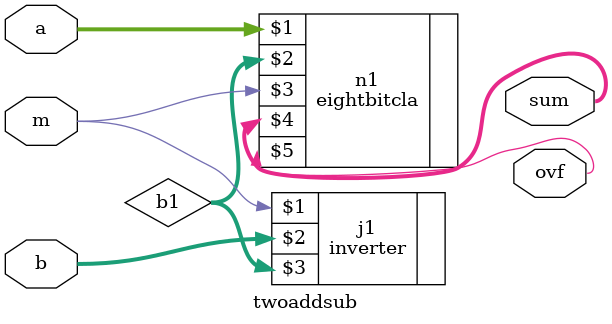
<source format=v>
`include "eightbitcla.v"
`include "inverter.v"
module twoaddsub(a, b, m, sum, ovf);
	input [7:0] a; 
	input [7:0] b; 
	input m;
	output [7:0] sum; 
	output ovf;
	wire [7:0] b1;
	
	inverter j1(m, b, b1);
	eightbitcla n1(a, b1, m, sum, ovf);
	
endmodule

</source>
